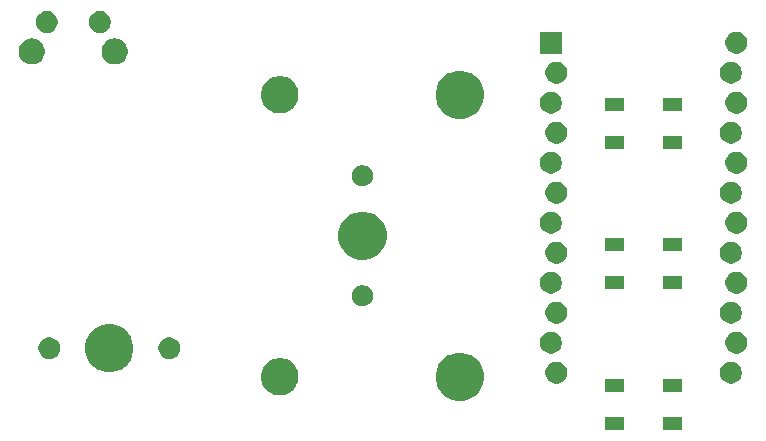
<source format=gbr>
G04 #@! TF.GenerationSoftware,KiCad,Pcbnew,(5.1.4)-1*
G04 #@! TF.CreationDate,2019-12-08T17:57:44-07:00*
G04 #@! TF.ProjectId,BAEmacropad,4241456d-6163-4726-9f70-61642e6b6963,rev?*
G04 #@! TF.SameCoordinates,Original*
G04 #@! TF.FileFunction,Soldermask,Top*
G04 #@! TF.FilePolarity,Negative*
%FSLAX46Y46*%
G04 Gerber Fmt 4.6, Leading zero omitted, Abs format (unit mm)*
G04 Created by KiCad (PCBNEW (5.1.4)-1) date 2019-12-08 17:57:44*
%MOMM*%
%LPD*%
G04 APERTURE LIST*
%ADD10C,0.100000*%
G04 APERTURE END LIST*
D10*
G36*
X103263500Y-106926000D02*
G01*
X101661500Y-106926000D01*
X101661500Y-105824000D01*
X103263500Y-105824000D01*
X103263500Y-106926000D01*
X103263500Y-106926000D01*
G37*
G36*
X98363500Y-106926000D02*
G01*
X96761500Y-106926000D01*
X96761500Y-105824000D01*
X98363500Y-105824000D01*
X98363500Y-106926000D01*
X98363500Y-106926000D01*
G37*
G36*
X85051474Y-100459184D02*
G01*
X85269474Y-100549483D01*
X85423623Y-100613333D01*
X85758548Y-100837123D01*
X86043377Y-101121952D01*
X86267167Y-101456877D01*
X86326813Y-101600877D01*
X86421316Y-101829026D01*
X86499900Y-102224094D01*
X86499900Y-102626906D01*
X86421316Y-103021974D01*
X86359363Y-103171541D01*
X86267167Y-103394123D01*
X86043377Y-103729048D01*
X85758548Y-104013877D01*
X85423623Y-104237667D01*
X85269474Y-104301517D01*
X85051474Y-104391816D01*
X84656406Y-104470400D01*
X84253594Y-104470400D01*
X83858526Y-104391816D01*
X83640526Y-104301517D01*
X83486377Y-104237667D01*
X83151452Y-104013877D01*
X82866623Y-103729048D01*
X82642833Y-103394123D01*
X82550637Y-103171541D01*
X82488684Y-103021974D01*
X82410100Y-102626906D01*
X82410100Y-102224094D01*
X82488684Y-101829026D01*
X82583187Y-101600877D01*
X82642833Y-101456877D01*
X82866623Y-101121952D01*
X83151452Y-100837123D01*
X83486377Y-100613333D01*
X83640526Y-100549483D01*
X83858526Y-100459184D01*
X84253594Y-100380600D01*
X84656406Y-100380600D01*
X85051474Y-100459184D01*
X85051474Y-100459184D01*
G37*
G36*
X69674411Y-100911026D02*
G01*
X69793137Y-100960204D01*
X69961041Y-101029752D01*
X69961042Y-101029753D01*
X70219004Y-101202117D01*
X70438383Y-101421496D01*
X70462024Y-101456878D01*
X70610748Y-101679459D01*
X70663066Y-101805767D01*
X70729474Y-101966089D01*
X70733219Y-101984918D01*
X70790000Y-102270375D01*
X70790000Y-102580625D01*
X70759737Y-102732767D01*
X70729474Y-102884911D01*
X70695092Y-102967915D01*
X70610748Y-103171541D01*
X70610747Y-103171542D01*
X70438383Y-103429504D01*
X70219004Y-103648883D01*
X70099028Y-103729048D01*
X69961041Y-103821248D01*
X69793137Y-103890796D01*
X69674411Y-103939974D01*
X69370125Y-104000500D01*
X69059875Y-104000500D01*
X68755589Y-103939974D01*
X68636863Y-103890796D01*
X68468959Y-103821248D01*
X68330972Y-103729048D01*
X68210996Y-103648883D01*
X67991617Y-103429504D01*
X67819253Y-103171542D01*
X67819252Y-103171541D01*
X67734908Y-102967915D01*
X67700526Y-102884911D01*
X67640000Y-102580625D01*
X67640000Y-102270375D01*
X67696781Y-101984918D01*
X67700526Y-101966089D01*
X67766934Y-101805767D01*
X67819252Y-101679459D01*
X67967976Y-101456878D01*
X67991617Y-101421496D01*
X68210996Y-101202117D01*
X68468958Y-101029753D01*
X68468959Y-101029752D01*
X68636863Y-100960204D01*
X68755589Y-100911026D01*
X68907733Y-100880763D01*
X69059875Y-100850500D01*
X69370125Y-100850500D01*
X69674411Y-100911026D01*
X69674411Y-100911026D01*
G37*
G36*
X103263500Y-103726000D02*
G01*
X101661500Y-103726000D01*
X101661500Y-102624000D01*
X103263500Y-102624000D01*
X103263500Y-103726000D01*
X103263500Y-103726000D01*
G37*
G36*
X98363500Y-103726000D02*
G01*
X96761500Y-103726000D01*
X96761500Y-102624000D01*
X98363500Y-102624000D01*
X98363500Y-103726000D01*
X98363500Y-103726000D01*
G37*
G36*
X92891583Y-101184585D02*
G01*
X93060340Y-101254486D01*
X93212218Y-101355968D01*
X93341382Y-101485132D01*
X93442864Y-101637010D01*
X93512765Y-101805767D01*
X93548400Y-101984918D01*
X93548400Y-102167582D01*
X93512765Y-102346733D01*
X93442864Y-102515490D01*
X93341382Y-102667368D01*
X93212218Y-102796532D01*
X93060340Y-102898014D01*
X92891583Y-102967915D01*
X92712432Y-103003550D01*
X92529768Y-103003550D01*
X92350617Y-102967915D01*
X92181860Y-102898014D01*
X92029982Y-102796532D01*
X91900818Y-102667368D01*
X91799336Y-102515490D01*
X91729435Y-102346733D01*
X91693800Y-102167582D01*
X91693800Y-101984918D01*
X91729435Y-101805767D01*
X91799336Y-101637010D01*
X91900818Y-101485132D01*
X92029982Y-101355968D01*
X92181860Y-101254486D01*
X92350617Y-101184585D01*
X92529768Y-101148950D01*
X92712432Y-101148950D01*
X92891583Y-101184585D01*
X92891583Y-101184585D01*
G37*
G36*
X107674383Y-101184585D02*
G01*
X107843140Y-101254486D01*
X107995018Y-101355968D01*
X108124182Y-101485132D01*
X108225664Y-101637010D01*
X108295565Y-101805767D01*
X108331200Y-101984918D01*
X108331200Y-102167582D01*
X108295565Y-102346733D01*
X108225664Y-102515490D01*
X108124182Y-102667368D01*
X107995018Y-102796532D01*
X107843140Y-102898014D01*
X107674383Y-102967915D01*
X107495232Y-103003550D01*
X107312568Y-103003550D01*
X107133417Y-102967915D01*
X106964660Y-102898014D01*
X106812782Y-102796532D01*
X106683618Y-102667368D01*
X106582136Y-102515490D01*
X106512235Y-102346733D01*
X106476600Y-102167582D01*
X106476600Y-101984918D01*
X106512235Y-101805767D01*
X106582136Y-101637010D01*
X106683618Y-101485132D01*
X106812782Y-101355968D01*
X106964660Y-101254486D01*
X107133417Y-101184585D01*
X107312568Y-101148950D01*
X107495232Y-101148950D01*
X107674383Y-101184585D01*
X107674383Y-101184585D01*
G37*
G36*
X55365224Y-98046184D02*
G01*
X55583224Y-98136483D01*
X55737373Y-98200333D01*
X56072298Y-98424123D01*
X56357127Y-98708952D01*
X56580917Y-99043877D01*
X56613312Y-99122086D01*
X56735066Y-99416026D01*
X56813650Y-99811094D01*
X56813650Y-100213906D01*
X56735066Y-100608974D01*
X56684201Y-100731772D01*
X56580917Y-100981123D01*
X56357127Y-101316048D01*
X56072298Y-101600877D01*
X55737373Y-101824667D01*
X55583224Y-101888517D01*
X55365224Y-101978816D01*
X54970156Y-102057400D01*
X54567344Y-102057400D01*
X54172276Y-101978816D01*
X53954276Y-101888517D01*
X53800127Y-101824667D01*
X53465202Y-101600877D01*
X53180373Y-101316048D01*
X52956583Y-100981123D01*
X52853299Y-100731772D01*
X52802434Y-100608974D01*
X52723850Y-100213906D01*
X52723850Y-99811094D01*
X52802434Y-99416026D01*
X52924188Y-99122086D01*
X52956583Y-99043877D01*
X53180373Y-98708952D01*
X53465202Y-98424123D01*
X53800127Y-98200333D01*
X53954276Y-98136483D01*
X54172276Y-98046184D01*
X54567344Y-97967600D01*
X54970156Y-97967600D01*
X55365224Y-98046184D01*
X55365224Y-98046184D01*
G37*
G36*
X49958854Y-99122085D02*
G01*
X50127376Y-99191889D01*
X50279041Y-99293228D01*
X50408022Y-99422209D01*
X50509361Y-99573874D01*
X50579165Y-99742396D01*
X50614750Y-99921297D01*
X50614750Y-100103703D01*
X50579165Y-100282604D01*
X50509361Y-100451126D01*
X50408022Y-100602791D01*
X50279041Y-100731772D01*
X50127376Y-100833111D01*
X49958854Y-100902915D01*
X49779953Y-100938500D01*
X49597547Y-100938500D01*
X49418646Y-100902915D01*
X49250124Y-100833111D01*
X49098459Y-100731772D01*
X48969478Y-100602791D01*
X48868139Y-100451126D01*
X48798335Y-100282604D01*
X48762750Y-100103703D01*
X48762750Y-99921297D01*
X48798335Y-99742396D01*
X48868139Y-99573874D01*
X48969478Y-99422209D01*
X49098459Y-99293228D01*
X49250124Y-99191889D01*
X49418646Y-99122085D01*
X49597547Y-99086500D01*
X49779953Y-99086500D01*
X49958854Y-99122085D01*
X49958854Y-99122085D01*
G37*
G36*
X60118854Y-99122085D02*
G01*
X60287376Y-99191889D01*
X60439041Y-99293228D01*
X60568022Y-99422209D01*
X60669361Y-99573874D01*
X60739165Y-99742396D01*
X60774750Y-99921297D01*
X60774750Y-100103703D01*
X60739165Y-100282604D01*
X60669361Y-100451126D01*
X60568022Y-100602791D01*
X60439041Y-100731772D01*
X60287376Y-100833111D01*
X60118854Y-100902915D01*
X59939953Y-100938500D01*
X59757547Y-100938500D01*
X59578646Y-100902915D01*
X59410124Y-100833111D01*
X59258459Y-100731772D01*
X59129478Y-100602791D01*
X59028139Y-100451126D01*
X58958335Y-100282604D01*
X58922750Y-100103703D01*
X58922750Y-99921297D01*
X58958335Y-99742396D01*
X59028139Y-99573874D01*
X59129478Y-99422209D01*
X59258459Y-99293228D01*
X59410124Y-99191889D01*
X59578646Y-99122085D01*
X59757547Y-99086500D01*
X59939953Y-99086500D01*
X60118854Y-99122085D01*
X60118854Y-99122085D01*
G37*
G36*
X92434383Y-98644585D02*
G01*
X92603140Y-98714486D01*
X92755018Y-98815968D01*
X92884182Y-98945132D01*
X92985664Y-99097010D01*
X93055565Y-99265767D01*
X93091200Y-99444918D01*
X93091200Y-99627582D01*
X93055565Y-99806733D01*
X92985664Y-99975490D01*
X92884182Y-100127368D01*
X92755018Y-100256532D01*
X92603140Y-100358014D01*
X92434383Y-100427915D01*
X92255232Y-100463550D01*
X92072568Y-100463550D01*
X91893417Y-100427915D01*
X91724660Y-100358014D01*
X91572782Y-100256532D01*
X91443618Y-100127368D01*
X91342136Y-99975490D01*
X91272235Y-99806733D01*
X91236600Y-99627582D01*
X91236600Y-99444918D01*
X91272235Y-99265767D01*
X91342136Y-99097010D01*
X91443618Y-98945132D01*
X91572782Y-98815968D01*
X91724660Y-98714486D01*
X91893417Y-98644585D01*
X92072568Y-98608950D01*
X92255232Y-98608950D01*
X92434383Y-98644585D01*
X92434383Y-98644585D01*
G37*
G36*
X108131583Y-98644585D02*
G01*
X108300340Y-98714486D01*
X108452218Y-98815968D01*
X108581382Y-98945132D01*
X108682864Y-99097010D01*
X108752765Y-99265767D01*
X108788400Y-99444918D01*
X108788400Y-99627582D01*
X108752765Y-99806733D01*
X108682864Y-99975490D01*
X108581382Y-100127368D01*
X108452218Y-100256532D01*
X108300340Y-100358014D01*
X108131583Y-100427915D01*
X107952432Y-100463550D01*
X107769768Y-100463550D01*
X107590617Y-100427915D01*
X107421860Y-100358014D01*
X107269982Y-100256532D01*
X107140818Y-100127368D01*
X107039336Y-99975490D01*
X106969435Y-99806733D01*
X106933800Y-99627582D01*
X106933800Y-99444918D01*
X106969435Y-99265767D01*
X107039336Y-99097010D01*
X107140818Y-98945132D01*
X107269982Y-98815968D01*
X107421860Y-98714486D01*
X107590617Y-98644585D01*
X107769768Y-98608950D01*
X107952432Y-98608950D01*
X108131583Y-98644585D01*
X108131583Y-98644585D01*
G37*
G36*
X92891583Y-96104585D02*
G01*
X93060340Y-96174486D01*
X93212218Y-96275968D01*
X93341382Y-96405132D01*
X93442864Y-96557010D01*
X93512765Y-96725767D01*
X93548400Y-96904918D01*
X93548400Y-97087582D01*
X93512765Y-97266733D01*
X93442864Y-97435490D01*
X93341382Y-97587368D01*
X93212218Y-97716532D01*
X93060340Y-97818014D01*
X92891583Y-97887915D01*
X92712432Y-97923550D01*
X92529768Y-97923550D01*
X92350617Y-97887915D01*
X92181860Y-97818014D01*
X92029982Y-97716532D01*
X91900818Y-97587368D01*
X91799336Y-97435490D01*
X91729435Y-97266733D01*
X91693800Y-97087582D01*
X91693800Y-96904918D01*
X91729435Y-96725767D01*
X91799336Y-96557010D01*
X91900818Y-96405132D01*
X92029982Y-96275968D01*
X92181860Y-96174486D01*
X92350617Y-96104585D01*
X92529768Y-96068950D01*
X92712432Y-96068950D01*
X92891583Y-96104585D01*
X92891583Y-96104585D01*
G37*
G36*
X107674383Y-96104585D02*
G01*
X107843140Y-96174486D01*
X107995018Y-96275968D01*
X108124182Y-96405132D01*
X108225664Y-96557010D01*
X108295565Y-96725767D01*
X108331200Y-96904918D01*
X108331200Y-97087582D01*
X108295565Y-97266733D01*
X108225664Y-97435490D01*
X108124182Y-97587368D01*
X107995018Y-97716532D01*
X107843140Y-97818014D01*
X107674383Y-97887915D01*
X107495232Y-97923550D01*
X107312568Y-97923550D01*
X107133417Y-97887915D01*
X106964660Y-97818014D01*
X106812782Y-97716532D01*
X106683618Y-97587368D01*
X106582136Y-97435490D01*
X106512235Y-97266733D01*
X106476600Y-97087582D01*
X106476600Y-96904918D01*
X106512235Y-96725767D01*
X106582136Y-96557010D01*
X106683618Y-96405132D01*
X106812782Y-96275968D01*
X106964660Y-96174486D01*
X107133417Y-96104585D01*
X107312568Y-96068950D01*
X107495232Y-96068950D01*
X107674383Y-96104585D01*
X107674383Y-96104585D01*
G37*
G36*
X76375952Y-94682930D02*
G01*
X76463075Y-94700259D01*
X76572498Y-94745584D01*
X76627211Y-94768247D01*
X76773933Y-94866283D01*
X76774928Y-94866948D01*
X76900552Y-94992572D01*
X76900554Y-94992575D01*
X76999253Y-95140289D01*
X76999253Y-95140290D01*
X77067241Y-95304425D01*
X77101900Y-95478671D01*
X77101900Y-95656329D01*
X77067241Y-95830575D01*
X77021916Y-95939998D01*
X76999253Y-95994711D01*
X76949648Y-96068950D01*
X76900552Y-96142428D01*
X76774928Y-96268052D01*
X76774925Y-96268054D01*
X76627211Y-96366753D01*
X76572498Y-96389416D01*
X76463075Y-96434741D01*
X76375952Y-96452070D01*
X76288831Y-96469400D01*
X76111169Y-96469400D01*
X76024048Y-96452070D01*
X75936925Y-96434741D01*
X75827502Y-96389416D01*
X75772789Y-96366753D01*
X75625075Y-96268054D01*
X75625072Y-96268052D01*
X75499448Y-96142428D01*
X75450352Y-96068950D01*
X75400747Y-95994711D01*
X75378084Y-95939998D01*
X75332759Y-95830575D01*
X75298100Y-95656329D01*
X75298100Y-95478671D01*
X75332759Y-95304425D01*
X75400747Y-95140290D01*
X75400747Y-95140289D01*
X75499446Y-94992575D01*
X75499448Y-94992572D01*
X75625072Y-94866948D01*
X75626067Y-94866283D01*
X75772789Y-94768247D01*
X75827502Y-94745584D01*
X75936925Y-94700259D01*
X76024048Y-94682929D01*
X76111169Y-94665600D01*
X76288831Y-94665600D01*
X76375952Y-94682930D01*
X76375952Y-94682930D01*
G37*
G36*
X108131583Y-93564585D02*
G01*
X108300340Y-93634486D01*
X108452218Y-93735968D01*
X108581382Y-93865132D01*
X108682864Y-94017010D01*
X108752765Y-94185767D01*
X108788400Y-94364918D01*
X108788400Y-94547582D01*
X108752765Y-94726733D01*
X108682864Y-94895490D01*
X108581382Y-95047368D01*
X108452218Y-95176532D01*
X108300340Y-95278014D01*
X108131583Y-95347915D01*
X107952432Y-95383550D01*
X107769768Y-95383550D01*
X107590617Y-95347915D01*
X107421860Y-95278014D01*
X107269982Y-95176532D01*
X107140818Y-95047368D01*
X107039336Y-94895490D01*
X106969435Y-94726733D01*
X106933800Y-94547582D01*
X106933800Y-94364918D01*
X106969435Y-94185767D01*
X107039336Y-94017010D01*
X107140818Y-93865132D01*
X107269982Y-93735968D01*
X107421860Y-93634486D01*
X107590617Y-93564585D01*
X107769768Y-93528950D01*
X107952432Y-93528950D01*
X108131583Y-93564585D01*
X108131583Y-93564585D01*
G37*
G36*
X92434383Y-93564585D02*
G01*
X92603140Y-93634486D01*
X92755018Y-93735968D01*
X92884182Y-93865132D01*
X92985664Y-94017010D01*
X93055565Y-94185767D01*
X93091200Y-94364918D01*
X93091200Y-94547582D01*
X93055565Y-94726733D01*
X92985664Y-94895490D01*
X92884182Y-95047368D01*
X92755018Y-95176532D01*
X92603140Y-95278014D01*
X92434383Y-95347915D01*
X92255232Y-95383550D01*
X92072568Y-95383550D01*
X91893417Y-95347915D01*
X91724660Y-95278014D01*
X91572782Y-95176532D01*
X91443618Y-95047368D01*
X91342136Y-94895490D01*
X91272235Y-94726733D01*
X91236600Y-94547582D01*
X91236600Y-94364918D01*
X91272235Y-94185767D01*
X91342136Y-94017010D01*
X91443618Y-93865132D01*
X91572782Y-93735968D01*
X91724660Y-93634486D01*
X91893417Y-93564585D01*
X92072568Y-93528950D01*
X92255232Y-93528950D01*
X92434383Y-93564585D01*
X92434383Y-93564585D01*
G37*
G36*
X98363500Y-95019750D02*
G01*
X96761500Y-95019750D01*
X96761500Y-93917750D01*
X98363500Y-93917750D01*
X98363500Y-95019750D01*
X98363500Y-95019750D01*
G37*
G36*
X103263500Y-95019750D02*
G01*
X101661500Y-95019750D01*
X101661500Y-93917750D01*
X103263500Y-93917750D01*
X103263500Y-95019750D01*
X103263500Y-95019750D01*
G37*
G36*
X107674383Y-91024585D02*
G01*
X107843140Y-91094486D01*
X107995018Y-91195968D01*
X108124182Y-91325132D01*
X108225664Y-91477010D01*
X108295565Y-91645767D01*
X108331200Y-91824918D01*
X108331200Y-92007582D01*
X108295565Y-92186733D01*
X108225664Y-92355490D01*
X108124182Y-92507368D01*
X107995018Y-92636532D01*
X107843140Y-92738014D01*
X107674383Y-92807915D01*
X107495232Y-92843550D01*
X107312568Y-92843550D01*
X107133417Y-92807915D01*
X106964660Y-92738014D01*
X106812782Y-92636532D01*
X106683618Y-92507368D01*
X106582136Y-92355490D01*
X106512235Y-92186733D01*
X106476600Y-92007582D01*
X106476600Y-91824918D01*
X106512235Y-91645767D01*
X106582136Y-91477010D01*
X106683618Y-91325132D01*
X106812782Y-91195968D01*
X106964660Y-91094486D01*
X107133417Y-91024585D01*
X107312568Y-90988950D01*
X107495232Y-90988950D01*
X107674383Y-91024585D01*
X107674383Y-91024585D01*
G37*
G36*
X92891583Y-91024585D02*
G01*
X93060340Y-91094486D01*
X93212218Y-91195968D01*
X93341382Y-91325132D01*
X93442864Y-91477010D01*
X93512765Y-91645767D01*
X93548400Y-91824918D01*
X93548400Y-92007582D01*
X93512765Y-92186733D01*
X93442864Y-92355490D01*
X93341382Y-92507368D01*
X93212218Y-92636532D01*
X93060340Y-92738014D01*
X92891583Y-92807915D01*
X92712432Y-92843550D01*
X92529768Y-92843550D01*
X92350617Y-92807915D01*
X92181860Y-92738014D01*
X92029982Y-92636532D01*
X91900818Y-92507368D01*
X91799336Y-92355490D01*
X91729435Y-92186733D01*
X91693800Y-92007582D01*
X91693800Y-91824918D01*
X91729435Y-91645767D01*
X91799336Y-91477010D01*
X91900818Y-91325132D01*
X92029982Y-91195968D01*
X92181860Y-91094486D01*
X92350617Y-91024585D01*
X92529768Y-90988950D01*
X92712432Y-90988950D01*
X92891583Y-91024585D01*
X92891583Y-91024585D01*
G37*
G36*
X76796474Y-88521184D02*
G01*
X76876874Y-88554487D01*
X77168623Y-88675333D01*
X77503548Y-88899123D01*
X77788377Y-89183952D01*
X78012167Y-89518877D01*
X78012167Y-89518878D01*
X78166316Y-89891026D01*
X78244900Y-90286094D01*
X78244900Y-90688906D01*
X78166316Y-91083974D01*
X78161961Y-91094487D01*
X78012167Y-91456123D01*
X77788377Y-91791048D01*
X77503548Y-92075877D01*
X77168623Y-92299667D01*
X77033854Y-92355490D01*
X76796474Y-92453816D01*
X76401406Y-92532400D01*
X75998594Y-92532400D01*
X75603526Y-92453816D01*
X75366146Y-92355490D01*
X75231377Y-92299667D01*
X74896452Y-92075877D01*
X74611623Y-91791048D01*
X74387833Y-91456123D01*
X74238039Y-91094487D01*
X74233684Y-91083974D01*
X74155100Y-90688906D01*
X74155100Y-90286094D01*
X74233684Y-89891026D01*
X74387833Y-89518878D01*
X74387833Y-89518877D01*
X74611623Y-89183952D01*
X74896452Y-88899123D01*
X75231377Y-88675333D01*
X75523126Y-88554487D01*
X75603526Y-88521184D01*
X75998594Y-88442600D01*
X76401406Y-88442600D01*
X76796474Y-88521184D01*
X76796474Y-88521184D01*
G37*
G36*
X98363500Y-91819750D02*
G01*
X96761500Y-91819750D01*
X96761500Y-90717750D01*
X98363500Y-90717750D01*
X98363500Y-91819750D01*
X98363500Y-91819750D01*
G37*
G36*
X103263500Y-91819750D02*
G01*
X101661500Y-91819750D01*
X101661500Y-90717750D01*
X103263500Y-90717750D01*
X103263500Y-91819750D01*
X103263500Y-91819750D01*
G37*
G36*
X108131583Y-88484585D02*
G01*
X108300340Y-88554486D01*
X108452218Y-88655968D01*
X108581382Y-88785132D01*
X108682864Y-88937010D01*
X108752765Y-89105767D01*
X108788400Y-89284918D01*
X108788400Y-89467582D01*
X108752765Y-89646733D01*
X108682864Y-89815490D01*
X108581382Y-89967368D01*
X108452218Y-90096532D01*
X108300340Y-90198014D01*
X108131583Y-90267915D01*
X107952432Y-90303550D01*
X107769768Y-90303550D01*
X107590617Y-90267915D01*
X107421860Y-90198014D01*
X107269982Y-90096532D01*
X107140818Y-89967368D01*
X107039336Y-89815490D01*
X106969435Y-89646733D01*
X106933800Y-89467582D01*
X106933800Y-89284918D01*
X106969435Y-89105767D01*
X107039336Y-88937010D01*
X107140818Y-88785132D01*
X107269982Y-88655968D01*
X107421860Y-88554486D01*
X107590617Y-88484585D01*
X107769768Y-88448950D01*
X107952432Y-88448950D01*
X108131583Y-88484585D01*
X108131583Y-88484585D01*
G37*
G36*
X92434383Y-88484585D02*
G01*
X92603140Y-88554486D01*
X92755018Y-88655968D01*
X92884182Y-88785132D01*
X92985664Y-88937010D01*
X93055565Y-89105767D01*
X93091200Y-89284918D01*
X93091200Y-89467582D01*
X93055565Y-89646733D01*
X92985664Y-89815490D01*
X92884182Y-89967368D01*
X92755018Y-90096532D01*
X92603140Y-90198014D01*
X92434383Y-90267915D01*
X92255232Y-90303550D01*
X92072568Y-90303550D01*
X91893417Y-90267915D01*
X91724660Y-90198014D01*
X91572782Y-90096532D01*
X91443618Y-89967368D01*
X91342136Y-89815490D01*
X91272235Y-89646733D01*
X91236600Y-89467582D01*
X91236600Y-89284918D01*
X91272235Y-89105767D01*
X91342136Y-88937010D01*
X91443618Y-88785132D01*
X91572782Y-88655968D01*
X91724660Y-88554486D01*
X91893417Y-88484585D01*
X92072568Y-88448950D01*
X92255232Y-88448950D01*
X92434383Y-88484585D01*
X92434383Y-88484585D01*
G37*
G36*
X92891583Y-85944585D02*
G01*
X93060340Y-86014486D01*
X93212218Y-86115968D01*
X93341382Y-86245132D01*
X93442864Y-86397010D01*
X93512765Y-86565767D01*
X93548400Y-86744918D01*
X93548400Y-86927582D01*
X93512765Y-87106733D01*
X93442864Y-87275490D01*
X93341382Y-87427368D01*
X93212218Y-87556532D01*
X93060340Y-87658014D01*
X92891583Y-87727915D01*
X92712432Y-87763550D01*
X92529768Y-87763550D01*
X92350617Y-87727915D01*
X92181860Y-87658014D01*
X92029982Y-87556532D01*
X91900818Y-87427368D01*
X91799336Y-87275490D01*
X91729435Y-87106733D01*
X91693800Y-86927582D01*
X91693800Y-86744918D01*
X91729435Y-86565767D01*
X91799336Y-86397010D01*
X91900818Y-86245132D01*
X92029982Y-86115968D01*
X92181860Y-86014486D01*
X92350617Y-85944585D01*
X92529768Y-85908950D01*
X92712432Y-85908950D01*
X92891583Y-85944585D01*
X92891583Y-85944585D01*
G37*
G36*
X107674383Y-85944585D02*
G01*
X107843140Y-86014486D01*
X107995018Y-86115968D01*
X108124182Y-86245132D01*
X108225664Y-86397010D01*
X108295565Y-86565767D01*
X108331200Y-86744918D01*
X108331200Y-86927582D01*
X108295565Y-87106733D01*
X108225664Y-87275490D01*
X108124182Y-87427368D01*
X107995018Y-87556532D01*
X107843140Y-87658014D01*
X107674383Y-87727915D01*
X107495232Y-87763550D01*
X107312568Y-87763550D01*
X107133417Y-87727915D01*
X106964660Y-87658014D01*
X106812782Y-87556532D01*
X106683618Y-87427368D01*
X106582136Y-87275490D01*
X106512235Y-87106733D01*
X106476600Y-86927582D01*
X106476600Y-86744918D01*
X106512235Y-86565767D01*
X106582136Y-86397010D01*
X106683618Y-86245132D01*
X106812782Y-86115968D01*
X106964660Y-86014486D01*
X107133417Y-85944585D01*
X107312568Y-85908950D01*
X107495232Y-85908950D01*
X107674383Y-85944585D01*
X107674383Y-85944585D01*
G37*
G36*
X76375952Y-84522930D02*
G01*
X76463075Y-84540259D01*
X76572498Y-84585584D01*
X76627211Y-84608247D01*
X76773933Y-84706283D01*
X76774928Y-84706948D01*
X76900552Y-84832572D01*
X76900554Y-84832575D01*
X76999253Y-84980289D01*
X76999253Y-84980290D01*
X77067241Y-85144425D01*
X77101900Y-85318671D01*
X77101900Y-85496329D01*
X77067241Y-85670575D01*
X77021916Y-85779998D01*
X76999253Y-85834711D01*
X76949648Y-85908950D01*
X76900552Y-85982428D01*
X76774928Y-86108052D01*
X76774925Y-86108054D01*
X76627211Y-86206753D01*
X76572498Y-86229416D01*
X76463075Y-86274741D01*
X76375952Y-86292071D01*
X76288831Y-86309400D01*
X76111169Y-86309400D01*
X76024048Y-86292071D01*
X75936925Y-86274741D01*
X75827502Y-86229416D01*
X75772789Y-86206753D01*
X75625075Y-86108054D01*
X75625072Y-86108052D01*
X75499448Y-85982428D01*
X75450352Y-85908950D01*
X75400747Y-85834711D01*
X75378084Y-85779998D01*
X75332759Y-85670575D01*
X75298100Y-85496329D01*
X75298100Y-85318671D01*
X75332759Y-85144425D01*
X75400747Y-84980290D01*
X75400747Y-84980289D01*
X75499446Y-84832575D01*
X75499448Y-84832572D01*
X75625072Y-84706948D01*
X75626067Y-84706283D01*
X75772789Y-84608247D01*
X75827502Y-84585584D01*
X75936925Y-84540259D01*
X76024048Y-84522930D01*
X76111169Y-84505600D01*
X76288831Y-84505600D01*
X76375952Y-84522930D01*
X76375952Y-84522930D01*
G37*
G36*
X108131583Y-83404585D02*
G01*
X108300340Y-83474486D01*
X108452218Y-83575968D01*
X108581382Y-83705132D01*
X108682864Y-83857010D01*
X108752765Y-84025767D01*
X108788400Y-84204918D01*
X108788400Y-84387582D01*
X108752765Y-84566733D01*
X108682864Y-84735490D01*
X108581382Y-84887368D01*
X108452218Y-85016532D01*
X108300340Y-85118014D01*
X108131583Y-85187915D01*
X107952432Y-85223550D01*
X107769768Y-85223550D01*
X107590617Y-85187915D01*
X107421860Y-85118014D01*
X107269982Y-85016532D01*
X107140818Y-84887368D01*
X107039336Y-84735490D01*
X106969435Y-84566733D01*
X106933800Y-84387582D01*
X106933800Y-84204918D01*
X106969435Y-84025767D01*
X107039336Y-83857010D01*
X107140818Y-83705132D01*
X107269982Y-83575968D01*
X107421860Y-83474486D01*
X107590617Y-83404585D01*
X107769768Y-83368950D01*
X107952432Y-83368950D01*
X108131583Y-83404585D01*
X108131583Y-83404585D01*
G37*
G36*
X92434383Y-83404585D02*
G01*
X92603140Y-83474486D01*
X92755018Y-83575968D01*
X92884182Y-83705132D01*
X92985664Y-83857010D01*
X93055565Y-84025767D01*
X93091200Y-84204918D01*
X93091200Y-84387582D01*
X93055565Y-84566733D01*
X92985664Y-84735490D01*
X92884182Y-84887368D01*
X92755018Y-85016532D01*
X92603140Y-85118014D01*
X92434383Y-85187915D01*
X92255232Y-85223550D01*
X92072568Y-85223550D01*
X91893417Y-85187915D01*
X91724660Y-85118014D01*
X91572782Y-85016532D01*
X91443618Y-84887368D01*
X91342136Y-84735490D01*
X91272235Y-84566733D01*
X91236600Y-84387582D01*
X91236600Y-84204918D01*
X91272235Y-84025767D01*
X91342136Y-83857010D01*
X91443618Y-83705132D01*
X91572782Y-83575968D01*
X91724660Y-83474486D01*
X91893417Y-83404585D01*
X92072568Y-83368950D01*
X92255232Y-83368950D01*
X92434383Y-83404585D01*
X92434383Y-83404585D01*
G37*
G36*
X103263500Y-83113500D02*
G01*
X101661500Y-83113500D01*
X101661500Y-82011500D01*
X103263500Y-82011500D01*
X103263500Y-83113500D01*
X103263500Y-83113500D01*
G37*
G36*
X98363500Y-83113500D02*
G01*
X96761500Y-83113500D01*
X96761500Y-82011500D01*
X98363500Y-82011500D01*
X98363500Y-83113500D01*
X98363500Y-83113500D01*
G37*
G36*
X107674383Y-80864585D02*
G01*
X107843140Y-80934486D01*
X107995018Y-81035968D01*
X108124182Y-81165132D01*
X108225664Y-81317010D01*
X108295565Y-81485767D01*
X108331200Y-81664918D01*
X108331200Y-81847582D01*
X108295565Y-82026733D01*
X108225664Y-82195490D01*
X108124182Y-82347368D01*
X107995018Y-82476532D01*
X107843140Y-82578014D01*
X107674383Y-82647915D01*
X107495232Y-82683550D01*
X107312568Y-82683550D01*
X107133417Y-82647915D01*
X106964660Y-82578014D01*
X106812782Y-82476532D01*
X106683618Y-82347368D01*
X106582136Y-82195490D01*
X106512235Y-82026733D01*
X106476600Y-81847582D01*
X106476600Y-81664918D01*
X106512235Y-81485767D01*
X106582136Y-81317010D01*
X106683618Y-81165132D01*
X106812782Y-81035968D01*
X106964660Y-80934486D01*
X107133417Y-80864585D01*
X107312568Y-80828950D01*
X107495232Y-80828950D01*
X107674383Y-80864585D01*
X107674383Y-80864585D01*
G37*
G36*
X92891583Y-80864585D02*
G01*
X93060340Y-80934486D01*
X93212218Y-81035968D01*
X93341382Y-81165132D01*
X93442864Y-81317010D01*
X93512765Y-81485767D01*
X93548400Y-81664918D01*
X93548400Y-81847582D01*
X93512765Y-82026733D01*
X93442864Y-82195490D01*
X93341382Y-82347368D01*
X93212218Y-82476532D01*
X93060340Y-82578014D01*
X92891583Y-82647915D01*
X92712432Y-82683550D01*
X92529768Y-82683550D01*
X92350617Y-82647915D01*
X92181860Y-82578014D01*
X92029982Y-82476532D01*
X91900818Y-82347368D01*
X91799336Y-82195490D01*
X91729435Y-82026733D01*
X91693800Y-81847582D01*
X91693800Y-81664918D01*
X91729435Y-81485767D01*
X91799336Y-81317010D01*
X91900818Y-81165132D01*
X92029982Y-81035968D01*
X92181860Y-80934486D01*
X92350617Y-80864585D01*
X92529768Y-80828950D01*
X92712432Y-80828950D01*
X92891583Y-80864585D01*
X92891583Y-80864585D01*
G37*
G36*
X85051474Y-76583184D02*
G01*
X85269474Y-76673483D01*
X85423623Y-76737333D01*
X85758548Y-76961123D01*
X86043377Y-77245952D01*
X86267167Y-77580877D01*
X86267167Y-77580878D01*
X86421316Y-77953026D01*
X86499900Y-78348094D01*
X86499900Y-78750906D01*
X86421316Y-79145974D01*
X86359363Y-79295541D01*
X86267167Y-79518123D01*
X86043377Y-79853048D01*
X85758548Y-80137877D01*
X85423623Y-80361667D01*
X85269474Y-80425517D01*
X85051474Y-80515816D01*
X84656406Y-80594400D01*
X84253594Y-80594400D01*
X83858526Y-80515816D01*
X83640526Y-80425517D01*
X83486377Y-80361667D01*
X83151452Y-80137877D01*
X82866623Y-79853048D01*
X82642833Y-79518123D01*
X82550637Y-79295541D01*
X82488684Y-79145974D01*
X82410100Y-78750906D01*
X82410100Y-78348094D01*
X82488684Y-77953026D01*
X82642833Y-77580878D01*
X82642833Y-77580877D01*
X82866623Y-77245952D01*
X83151452Y-76961123D01*
X83486377Y-76737333D01*
X83640526Y-76673483D01*
X83858526Y-76583184D01*
X84253594Y-76504600D01*
X84656406Y-76504600D01*
X85051474Y-76583184D01*
X85051474Y-76583184D01*
G37*
G36*
X92434383Y-78324585D02*
G01*
X92603140Y-78394486D01*
X92755018Y-78495968D01*
X92884182Y-78625132D01*
X92985664Y-78777010D01*
X93055565Y-78945767D01*
X93091200Y-79124918D01*
X93091200Y-79307582D01*
X93055565Y-79486733D01*
X92985664Y-79655490D01*
X92884182Y-79807368D01*
X92755018Y-79936532D01*
X92603140Y-80038014D01*
X92434383Y-80107915D01*
X92255232Y-80143550D01*
X92072568Y-80143550D01*
X91893417Y-80107915D01*
X91724660Y-80038014D01*
X91572782Y-79936532D01*
X91443618Y-79807368D01*
X91342136Y-79655490D01*
X91272235Y-79486733D01*
X91236600Y-79307582D01*
X91236600Y-79124918D01*
X91272235Y-78945767D01*
X91342136Y-78777010D01*
X91443618Y-78625132D01*
X91572782Y-78495968D01*
X91724660Y-78394486D01*
X91893417Y-78324585D01*
X92072568Y-78288950D01*
X92255232Y-78288950D01*
X92434383Y-78324585D01*
X92434383Y-78324585D01*
G37*
G36*
X108131583Y-78324585D02*
G01*
X108300340Y-78394486D01*
X108452218Y-78495968D01*
X108581382Y-78625132D01*
X108682864Y-78777010D01*
X108752765Y-78945767D01*
X108788400Y-79124918D01*
X108788400Y-79307582D01*
X108752765Y-79486733D01*
X108682864Y-79655490D01*
X108581382Y-79807368D01*
X108452218Y-79936532D01*
X108300340Y-80038014D01*
X108131583Y-80107915D01*
X107952432Y-80143550D01*
X107769768Y-80143550D01*
X107590617Y-80107915D01*
X107421860Y-80038014D01*
X107269982Y-79936532D01*
X107140818Y-79807368D01*
X107039336Y-79655490D01*
X106969435Y-79486733D01*
X106933800Y-79307582D01*
X106933800Y-79124918D01*
X106969435Y-78945767D01*
X107039336Y-78777010D01*
X107140818Y-78625132D01*
X107269982Y-78495968D01*
X107421860Y-78394486D01*
X107590617Y-78324585D01*
X107769768Y-78288950D01*
X107952432Y-78288950D01*
X108131583Y-78324585D01*
X108131583Y-78324585D01*
G37*
G36*
X69522267Y-77004763D02*
G01*
X69674411Y-77035026D01*
X69793137Y-77084204D01*
X69961041Y-77153752D01*
X69961042Y-77153753D01*
X70219004Y-77326117D01*
X70438383Y-77545496D01*
X70462024Y-77580878D01*
X70610748Y-77803459D01*
X70729474Y-78090090D01*
X70790000Y-78394375D01*
X70790000Y-78704625D01*
X70729474Y-79008910D01*
X70610748Y-79295541D01*
X70610747Y-79295542D01*
X70438383Y-79553504D01*
X70219004Y-79772883D01*
X70099028Y-79853048D01*
X69961041Y-79945248D01*
X69793137Y-80014796D01*
X69674411Y-80063974D01*
X69522267Y-80094237D01*
X69370125Y-80124500D01*
X69059875Y-80124500D01*
X68907733Y-80094237D01*
X68755589Y-80063974D01*
X68636863Y-80014796D01*
X68468959Y-79945248D01*
X68330972Y-79853048D01*
X68210996Y-79772883D01*
X67991617Y-79553504D01*
X67819253Y-79295542D01*
X67819252Y-79295541D01*
X67700526Y-79008910D01*
X67640000Y-78704625D01*
X67640000Y-78394375D01*
X67700526Y-78090090D01*
X67819252Y-77803459D01*
X67967976Y-77580878D01*
X67991617Y-77545496D01*
X68210996Y-77326117D01*
X68468958Y-77153753D01*
X68468959Y-77153752D01*
X68636863Y-77084204D01*
X68755589Y-77035026D01*
X68907733Y-77004763D01*
X69059875Y-76974500D01*
X69370125Y-76974500D01*
X69522267Y-77004763D01*
X69522267Y-77004763D01*
G37*
G36*
X103263500Y-79913500D02*
G01*
X101661500Y-79913500D01*
X101661500Y-78811500D01*
X103263500Y-78811500D01*
X103263500Y-79913500D01*
X103263500Y-79913500D01*
G37*
G36*
X98363500Y-79913500D02*
G01*
X96761500Y-79913500D01*
X96761500Y-78811500D01*
X98363500Y-78811500D01*
X98363500Y-79913500D01*
X98363500Y-79913500D01*
G37*
G36*
X107674383Y-75784585D02*
G01*
X107843140Y-75854486D01*
X107995018Y-75955968D01*
X108124182Y-76085132D01*
X108225664Y-76237010D01*
X108295565Y-76405767D01*
X108331200Y-76584918D01*
X108331200Y-76767582D01*
X108295565Y-76946733D01*
X108225664Y-77115490D01*
X108124182Y-77267368D01*
X107995018Y-77396532D01*
X107843140Y-77498014D01*
X107674383Y-77567915D01*
X107495232Y-77603550D01*
X107312568Y-77603550D01*
X107133417Y-77567915D01*
X106964660Y-77498014D01*
X106812782Y-77396532D01*
X106683618Y-77267368D01*
X106582136Y-77115490D01*
X106512235Y-76946733D01*
X106476600Y-76767582D01*
X106476600Y-76584918D01*
X106512235Y-76405767D01*
X106582136Y-76237010D01*
X106683618Y-76085132D01*
X106812782Y-75955968D01*
X106964660Y-75854486D01*
X107133417Y-75784585D01*
X107312568Y-75748950D01*
X107495232Y-75748950D01*
X107674383Y-75784585D01*
X107674383Y-75784585D01*
G37*
G36*
X92891583Y-75784585D02*
G01*
X93060340Y-75854486D01*
X93212218Y-75955968D01*
X93341382Y-76085132D01*
X93442864Y-76237010D01*
X93512765Y-76405767D01*
X93548400Y-76584918D01*
X93548400Y-76767582D01*
X93512765Y-76946733D01*
X93442864Y-77115490D01*
X93341382Y-77267368D01*
X93212218Y-77396532D01*
X93060340Y-77498014D01*
X92891583Y-77567915D01*
X92712432Y-77603550D01*
X92529768Y-77603550D01*
X92350617Y-77567915D01*
X92181860Y-77498014D01*
X92029982Y-77396532D01*
X91900818Y-77267368D01*
X91799336Y-77115490D01*
X91729435Y-76946733D01*
X91693800Y-76767582D01*
X91693800Y-76584918D01*
X91729435Y-76405767D01*
X91799336Y-76237010D01*
X91900818Y-76085132D01*
X92029982Y-75955968D01*
X92181860Y-75854486D01*
X92350617Y-75784585D01*
X92529768Y-75748950D01*
X92712432Y-75748950D01*
X92891583Y-75784585D01*
X92891583Y-75784585D01*
G37*
G36*
X55439795Y-73800156D02*
G01*
X55546150Y-73821311D01*
X55646334Y-73862809D01*
X55746520Y-73904307D01*
X55926844Y-74024795D01*
X56080205Y-74178156D01*
X56200693Y-74358480D01*
X56283689Y-74558851D01*
X56326000Y-74771560D01*
X56326000Y-74988440D01*
X56283689Y-75201149D01*
X56200693Y-75401520D01*
X56080205Y-75581844D01*
X55926844Y-75735205D01*
X55746520Y-75855693D01*
X55546150Y-75938689D01*
X55459283Y-75955968D01*
X55333440Y-75981000D01*
X55116560Y-75981000D01*
X54990717Y-75955968D01*
X54903850Y-75938689D01*
X54703480Y-75855693D01*
X54523156Y-75735205D01*
X54369795Y-75581844D01*
X54249307Y-75401520D01*
X54166311Y-75201149D01*
X54124000Y-74988440D01*
X54124000Y-74771560D01*
X54166311Y-74558851D01*
X54249307Y-74358480D01*
X54369795Y-74178156D01*
X54523156Y-74024795D01*
X54703480Y-73904307D01*
X54803666Y-73862809D01*
X54903850Y-73821311D01*
X55010205Y-73800156D01*
X55116560Y-73779000D01*
X55333440Y-73779000D01*
X55439795Y-73800156D01*
X55439795Y-73800156D01*
G37*
G36*
X48429795Y-73800156D02*
G01*
X48536150Y-73821311D01*
X48636334Y-73862809D01*
X48736520Y-73904307D01*
X48916844Y-74024795D01*
X49070205Y-74178156D01*
X49190693Y-74358480D01*
X49273689Y-74558851D01*
X49316000Y-74771560D01*
X49316000Y-74988440D01*
X49273689Y-75201149D01*
X49190693Y-75401520D01*
X49070205Y-75581844D01*
X48916844Y-75735205D01*
X48736520Y-75855693D01*
X48536150Y-75938689D01*
X48449283Y-75955968D01*
X48323440Y-75981000D01*
X48106560Y-75981000D01*
X47980717Y-75955968D01*
X47893850Y-75938689D01*
X47693480Y-75855693D01*
X47513156Y-75735205D01*
X47359795Y-75581844D01*
X47239307Y-75401520D01*
X47156311Y-75201149D01*
X47114000Y-74988440D01*
X47114000Y-74771560D01*
X47156311Y-74558851D01*
X47239307Y-74358480D01*
X47359795Y-74178156D01*
X47513156Y-74024795D01*
X47693480Y-73904307D01*
X47793666Y-73862809D01*
X47893850Y-73821311D01*
X48000205Y-73800156D01*
X48106560Y-73779000D01*
X48323440Y-73779000D01*
X48429795Y-73800156D01*
X48429795Y-73800156D01*
G37*
G36*
X93091200Y-75063550D02*
G01*
X91236600Y-75063550D01*
X91236600Y-73208950D01*
X93091200Y-73208950D01*
X93091200Y-75063550D01*
X93091200Y-75063550D01*
G37*
G36*
X108131583Y-73244585D02*
G01*
X108300340Y-73314486D01*
X108452218Y-73415968D01*
X108581382Y-73545132D01*
X108682864Y-73697010D01*
X108752765Y-73865767D01*
X108788400Y-74044918D01*
X108788400Y-74227582D01*
X108752765Y-74406733D01*
X108682864Y-74575490D01*
X108581382Y-74727368D01*
X108452218Y-74856532D01*
X108300340Y-74958014D01*
X108131583Y-75027915D01*
X107952432Y-75063550D01*
X107769768Y-75063550D01*
X107590617Y-75027915D01*
X107421860Y-74958014D01*
X107269982Y-74856532D01*
X107140818Y-74727368D01*
X107039336Y-74575490D01*
X106969435Y-74406733D01*
X106933800Y-74227582D01*
X106933800Y-74044918D01*
X106969435Y-73865767D01*
X107039336Y-73697010D01*
X107140818Y-73545132D01*
X107269982Y-73415968D01*
X107421860Y-73314486D01*
X107590617Y-73244585D01*
X107769768Y-73208950D01*
X107952432Y-73208950D01*
X108131583Y-73244585D01*
X108131583Y-73244585D01*
G37*
G36*
X49745104Y-71499585D02*
G01*
X49913626Y-71569389D01*
X50065291Y-71670728D01*
X50194272Y-71799709D01*
X50295611Y-71951374D01*
X50365415Y-72119896D01*
X50401000Y-72298797D01*
X50401000Y-72481203D01*
X50365415Y-72660104D01*
X50295611Y-72828626D01*
X50194272Y-72980291D01*
X50065291Y-73109272D01*
X49913626Y-73210611D01*
X49745104Y-73280415D01*
X49566203Y-73316000D01*
X49383797Y-73316000D01*
X49204896Y-73280415D01*
X49036374Y-73210611D01*
X48884709Y-73109272D01*
X48755728Y-72980291D01*
X48654389Y-72828626D01*
X48584585Y-72660104D01*
X48549000Y-72481203D01*
X48549000Y-72298797D01*
X48584585Y-72119896D01*
X48654389Y-71951374D01*
X48755728Y-71799709D01*
X48884709Y-71670728D01*
X49036374Y-71569389D01*
X49204896Y-71499585D01*
X49383797Y-71464000D01*
X49566203Y-71464000D01*
X49745104Y-71499585D01*
X49745104Y-71499585D01*
G37*
G36*
X54245104Y-71499585D02*
G01*
X54413626Y-71569389D01*
X54565291Y-71670728D01*
X54694272Y-71799709D01*
X54795611Y-71951374D01*
X54865415Y-72119896D01*
X54901000Y-72298797D01*
X54901000Y-72481203D01*
X54865415Y-72660104D01*
X54795611Y-72828626D01*
X54694272Y-72980291D01*
X54565291Y-73109272D01*
X54413626Y-73210611D01*
X54245104Y-73280415D01*
X54066203Y-73316000D01*
X53883797Y-73316000D01*
X53704896Y-73280415D01*
X53536374Y-73210611D01*
X53384709Y-73109272D01*
X53255728Y-72980291D01*
X53154389Y-72828626D01*
X53084585Y-72660104D01*
X53049000Y-72481203D01*
X53049000Y-72298797D01*
X53084585Y-72119896D01*
X53154389Y-71951374D01*
X53255728Y-71799709D01*
X53384709Y-71670728D01*
X53536374Y-71569389D01*
X53704896Y-71499585D01*
X53883797Y-71464000D01*
X54066203Y-71464000D01*
X54245104Y-71499585D01*
X54245104Y-71499585D01*
G37*
M02*

</source>
